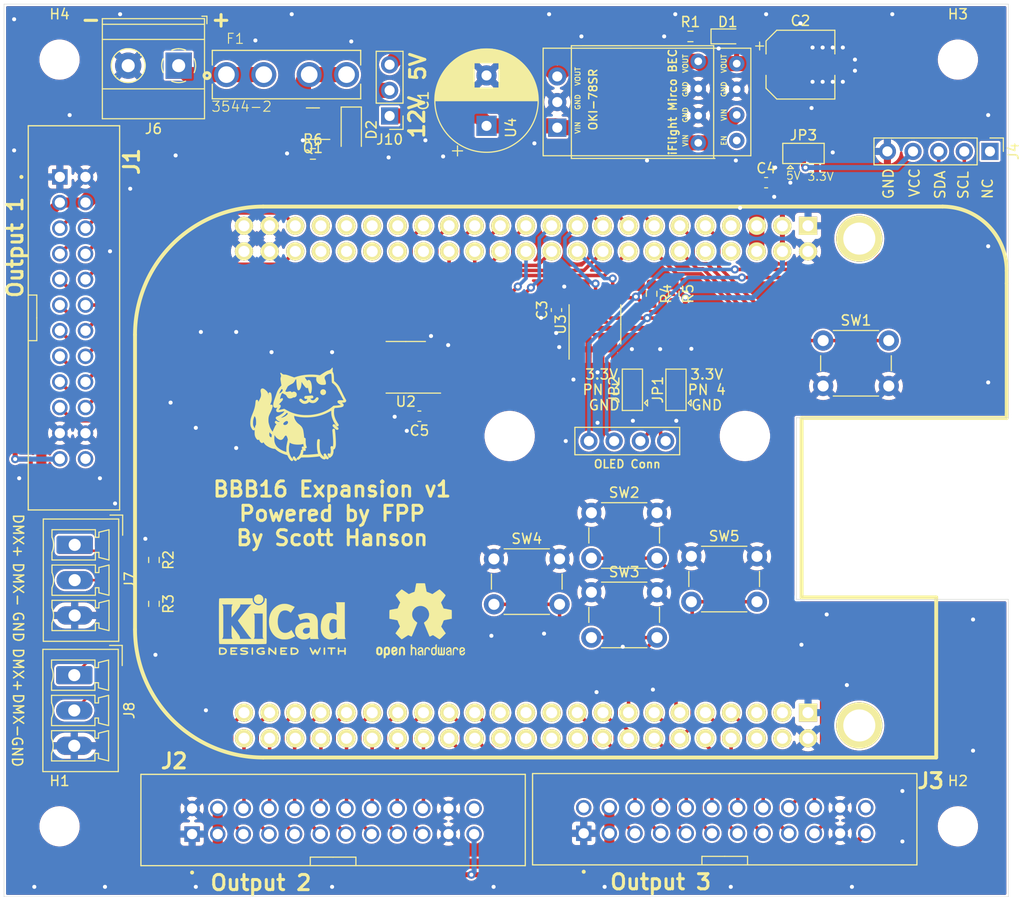
<source format=kicad_pcb>
(kicad_pcb (version 20211014) (generator pcbnew)
  (title_block (title "BBB16 Expansion") (date "2022-03-13") (rev "v1") (company "Scott Hanson"))
  (layers (0 "F.Cu" signal) (31 "B.Cu" signal) (34 "B.Paste" user) (35 "F.Paste" user) (36 "B.SilkS" user "B.Silkscreen") (37 "F.SilkS" user "F.Silkscreen") (38 "B.Mask" user) (39 "F.Mask" user) (44 "Edge.Cuts" user))
  (net 0 "")
  (net 1 "GND")
  (net 2 "+5V")
  (net 3 "/OLED_Pin_4")
  (net 4 "/OLED_Pin_3")
  (net 5 "I2C_SCL")
  (net 6 "I2C_SDA")
  (net 7 "+3V3")
  (net 8 "OUT16")
  (net 9 "OUT15")
  (net 10 "OUT14")
  (net 11 "OUT13")
  (net 12 "OUT12")
  (net 13 "OUT11")
  (net 14 "OUT10")
  (net 15 "OUT9")
  (net 16 "OUT8")
  (net 17 "OUT7")
  (net 18 "OUT6")
  (net 19 "OUT5")
  (net 20 "OUT4")
  (net 21 "OUT3")
  (net 22 "OUT2")
  (net 23 "OUT1")
  (net 24 "/Serial/DMX1-")
  (net 25 "/Serial/DMX1+")
  (net 26 "/Serial/DMX2+")
  (net 27 "/Serial/DMX2-")
  (net 28 "TXD1")
  (net 29 "TXD2")
  (net 30 "OUT32")
  (net 31 "OUT31")
  (net 32 "OUT30")
  (net 33 "OUT29")
  (net 34 "OUT28")
  (net 35 "OUT27")
  (net 36 "OUT26")
  (net 37 "OUT25")
  (net 38 "OUT24")
  (net 39 "OUT23")
  (net 40 "OUT22")
  (net 41 "OUT21")
  (net 42 "OUT20")
  (net 43 "OUT19")
  (net 44 "OUT18")
  (net 45 "OUT17")
  (net 46 "VCC")
  (net 47 "Net-(D2-Pad2)")
  (net 48 "Net-(D1-Pad1)")
  (net 49 "OUT48")
  (net 50 "OUT47")
  (net 51 "OUT46")
  (net 52 "OUT45")
  (net 53 "OUT44")
  (net 54 "OUT43")
  (net 55 "OUT42")
  (net 56 "OUT41")
  (net 57 "OUT40")
  (net 58 "OUT39")
  (net 59 "OUT38")
  (net 60 "OUT37")
  (net 61 "OUT36")
  (net 62 "OUT35")
  (net 63 "OUT34")
  (net 64 "OUT33")
  (net 69 "PWR_BUT")
  (net 71 "/VIN")
  (net 72 "BACKBTN")
  (net 73 "ENTERBTN")
  (net 97 "VIN2")
  (net 98 "UPBTN")
  (net 99 "DOWNBTN")
  (net 100 "Net-(J4-Pad4)")
  (net 101 "/12V")
  (footprint "Capacitor_THT:CP_Radial_D10.0mm_P5.00mm" (layer "F.Cu") (at 186.716 66.801677 90)
    (fp_text reference "C1")
    (fp_text value "220uF")
  )
  (footprint "LED_SMD:LED_0603_1608Metric_Pad1.05x0.95mm_HandSolder" (layer "F.Cu") (at 210.616 57.934)
    (fp_text reference "D1")
    (fp_text value "5V LED")
  )
  (footprint "OLED-SSD1306-128X64-I2C:OLED-SSD1306-128X64-I2C-THT" (layer "F.Cu") (at 200.66 98.044 180)
    (fp_text reference "J5" hide)
    (fp_text value "OLED Conn")
  )
  (footprint "Connector_PinHeader_2.54mm:PinHeader_1x05_P2.54mm_Vertical" (layer "F.Cu") (at 236.591 69.334 -90)
    (fp_text reference "J4")
    (fp_text value "RTC Conn")
  )
  (footprint "Resistor_SMD:R_0603_1608Metric_Pad0.98x0.95mm_HandSolder" (layer "F.Cu") (at 203.07 83.4459 -90)
    (fp_text reference "R4")
    (fp_text value "4.7K")
  )
  (footprint "Capacitor_SMD:C_0603_1608Metric_Pad1.08x0.95mm_HandSolder" (layer "F.Cu") (at 193.6466 85.0588 90)
    (fp_text reference "C3")
    (fp_text value "0.1uF")
  )
  (footprint "Package_SO:SOIC-8_3.9x4.9mm_P1.27mm" (layer "F.Cu") (at 197.4566 86.4812 90)
    (fp_text reference "U3")
    (fp_text value "24LC256")
  )
  (footprint "Resistor_SMD:R_0603_1608Metric_Pad0.98x0.95mm_HandSolder" (layer "F.Cu") (at 206.916 57.934)
    (fp_text reference "R1")
    (fp_text value "1K")
  )
  (footprint "Connector_Phoenix_MC:PhoenixContact_MCV_1,5_3-G-3.5_1x03_P3.50mm_Vertical" (layer "F.Cu") (at 145.916 108.334 -90)
    (fp_text reference "J7")
    (fp_text value "DMX1")
  )
  (footprint "Resistor_SMD:R_0603_1608Metric_Pad0.98x0.95mm_HandSolder" (layer "F.Cu") (at 153.766 114.184 -90)
    (fp_text reference "R3")
    (fp_text value "120")
  )
  (footprint "Capacitor_SMD:C_0603_1608Metric_Pad1.08x0.95mm_HandSolder" (layer "F.Cu") (at 214.416 72.434)
    (fp_text reference "C4")
    (fp_text value "0.1uF")
  )
  (footprint "Package_SO:SOIC-8_3.9x4.9mm_P1.27mm" (layer "F.Cu") (at 178.716 90.734 180)
    (fp_text reference "U2")
    (fp_text value "UA9638CP")
  )
  (footprint "Capacitor_SMD:C_0603_1608Metric_Pad1.08x0.95mm_HandSolder" (layer "F.Cu") (at 180.066 95.584 180)
    (fp_text reference "C5")
    (fp_text value "0.1uF")
  )
  (footprint "Connector_Phoenix_MC:PhoenixContact_MCV_1,5_3-G-3.5_1x03_P3.50mm_Vertical" (layer "F.Cu") (at 145.8735 121.2515 -90)
    (fp_text reference "J8")
    (fp_text value "DMX2")
  )
  (footprint "Resistor_SMD:R_0603_1608Metric_Pad0.98x0.95mm_HandSolder" (layer "F.Cu") (at 153.766 109.834 -90)
    (fp_text reference "R2")
    (fp_text value "120")
  )
  (footprint "Jumper:SolderJumper-3_P1.3mm_Open_Pad1.0x1.5mm" (layer "F.Cu") (at 205.486 92.964 90)
    (fp_text reference "JP1")
    (fp_text value "Pin_4_Select")
  )
  (footprint "Jumper:SolderJumper-3_P1.3mm_Open_Pad1.0x1.5mm" (layer "F.Cu") (at 201.168 92.964 90)
    (fp_text reference "JP2")
    (fp_text value "Pin_3_Select")
  )
  (footprint "Button_Switch_THT:SW_PUSH_6mm" (layer "F.Cu") (at 220.066 88.084)
    (fp_text reference "SW1")
    (fp_text value "PWR_BUTTON")
  )
  (footprint "302-S241:OST_302-S241" (layer "F.Cu") (at 171.516 135.734)
    (fp_text reference "J2")
    (fp_text value "Output 2")
  )
  (footprint "302-S241:OST_302-S241" (layer "F.Cu") (at 145.716 85.834 -90)
    (fp_text reference "J1")
    (fp_text value "Output 1")
  )
  (footprint "302-S241:OST_302-S241" (layer "F.Cu") (at 210.316 135.6565)
    (fp_text reference "J3")
    (fp_text value "Output 3")
  )
  (footprint "beagleboneblack:BEAGLEBONEBLACK" (layer "F.Cu") (at 195.072 102.108)
    (fp_text reference "U1" hide)
    (fp_text value "BEAGLEBONEBLACK" hide)
  )
  (footprint "Button_Switch_THT:SW_PUSH_6mm" (layer "F.Cu") (at 207.01 109.474)
    (fp_text reference "SW5")
    (fp_text value "Enter BTN")
  )
  (footprint "Button_Switch_THT:SW_PUSH_6mm" (layer "F.Cu") (at 187.452 109.728)
    (fp_text reference "SW4")
    (fp_text value "Back BTN")
  )
  (footprint "Button_Switch_THT:SW_PUSH_6mm" (layer "F.Cu") (at 197.104 105.156)
    (fp_text reference "SW2")
    (fp_text value "Up BTN")
  )
  (footprint "Button_Switch_THT:SW_PUSH_6mm" (layer "F.Cu") (at 197.104 113.03)
    (fp_text reference "SW3")
    (fp_text value "Down/Test BTN")
  )
  (footprint "Resistor_SMD:R_0603_1608Metric_Pad0.98x0.95mm_HandSolder" (layer "F.Cu") (at 205.2671 83.4459 -90)
    (fp_text reference "R5")
    (fp_text value "4.7K")
  )
  (footprint "Capacitor_SMD:CP_Elec_6.3x5.4_Nichicon" (layer "F.Cu") (at 217.816 60.734)
    (fp_text reference "C2")
    (fp_text value "100uF")
  )
  (footprint "MountingHole:MountingHole_3.5mm" (layer "F.Cu") (at 233.416 60.234)
    (fp_text reference "H3")
    (fp_text value "MountingHole")
  )
  (footprint "Symbol:OSHW-Logo2_9.8x8mm_SilkScreen" (layer "F.Cu") (at 180.186 115.854)
    (fp_text reference "REF**" hide)
    (fp_text value "OSHW-Logo2_9.8x8mm_SilkScreen" hide)
  )
  (footprint "3544-2:FUSE_3544-2" (layer "F.Cu") (at 166.89921 61.721041)
    (fp_text reference "F1")
    (fp_text value "3544-2")
  )
  (footprint "Connector_PinHeader_2.54mm:PinHeader_1x03_P2.54mm_Vertical" (layer "F.Cu") (at 177.116 65.821041 180)
    (fp_text reference "J10")
    (fp_text value "VIN Voltage")
  )
  (footprint "MountingHole:MountingHole_3.5mm" (layer "F.Cu") (at 144.416 136.234)
    (fp_text reference "H1")
    (fp_text value "MountingHole")
  )
  (footprint "Jumper:SolderJumper-3_P1.3mm_Open_Pad1.0x1.5mm" (layer "F.Cu") (at 218.116 69.534)
    (fp_text reference "JP3")
    (fp_text value "RTC PWR Sel")
  )
  (footprint "MountingHole:MountingHole_3.5mm" (layer "F.Cu") (at 233.416 136.234)
    (fp_text reference "H2")
    (fp_text value "MountingHole")
  )
  (footprint "Package_TO_SOT_SMD:SOT-23" (layer "F.Cu") (at 169.516 66.584 180)
    (fp_text reference "Q1")
    (fp_text value "DMP3056L")
  )
  (footprint "Resistor_SMD:R_0603_1608Metric_Pad0.98x0.95mm_HandSolder" (layer "F.Cu") (at 169.516 69.584)
    (fp_text reference "R6")
    (fp_text value "100K")
  )
  (footprint "Diode_SMD:D_SOD-123" (layer "F.Cu") (at 173.316 67.184 -90)
    (fp_text reference "D2")
    (fp_text value "Zener 10V")
  )
  (footprint "Scotts:Universal_5V_Horizontal" (layer "F.Cu") (at 193.724 66.984 90)
    (fp_text reference "U4")
    (fp_text value "Universe5V")
  )
  (footprint "MountingHole:MountingHole_3.5mm" (layer "F.Cu") (at 144.416 60.234)
    (fp_text reference "H4")
    (fp_text value "MountingHole")
  )
  (footprint "Symbol:KiCad-Logo2_5mm_SilkScreen" (layer "F.Cu") (at 166.486 116.234)
    (fp_text reference "REF**" hide)
    (fp_text value "KiCad-Logo2_5mm_SilkScreen" hide)
  )
  (footprint "TerminalBlock_Phoenix:TerminalBlock_Phoenix_MKDS-1,5-2_1x02_P5.00mm_Horizontal" (layer "F.Cu") (at 156.216 60.834 180)
    (fp_text reference "J6")
    (fp_text value "Pwr In")
  )
  (footprint "Scotts:chewi_15" (layer "F.Cu") (at 167.856 94.244)
    (fp_text reference "G***")
    (fp_text value "LOGO" hide)
  )
  (gr_line (start 238.416 113.734) (end 238.416 143.234) (layer "Edge.Cuts") (width 0.05))
  (gr_line (start 217.416 113.734) (end 217.416 95.734) (layer "Edge.Cuts") (width 0.05))
  (gr_line (start 238.416 143.234) (end 138.916 143.234) (layer "Edge.Cuts") (width 0.05))
  (gr_line (start 138.916 54.734) (end 238.416 54.734) (layer "Edge.Cuts") (width 0.05))
  (gr_line (start 138.916 143.234) (end 138.916 54.734) (layer "Edge.Cuts") (width 0.05))
  (gr_line (start 238.416 113.734) (end 217.416 113.734) (layer "Edge.Cuts") (width 0.05))
  (gr_line (start 238.416 54.734) (end 238.416 95.734) (layer "Edge.Cuts") (width 0.05))
  (gr_line (start 238.416 95.734) (end 217.416 95.734) (layer "Edge.Cuts") (width 0.05))
  (gr_text "VCC" (at 229.116 72.434 90) (layer "F.SilkS") (effects (font (size 1 1))))
  (gr_text "SCL" (at 233.94944 72.672095 90) (layer "F.SilkS") (effects (font (size 1 1))))
  (gr_text "SDA" (at 231.656 72.648285 90) (layer "F.SilkS") (effects (font (size 1 1))))
  (gr_text "GND" (at 226.536 72.529238 90) (layer "F.SilkS") (effects (font (size 1 1))))
  (gr_text "NC" (at 236.35944 73.029238 90) (layer "F.SilkS") (effects (font (size 1 1))))
  (gr_text "GND" (at 208.534 94.488) (layer "F.SilkS") (effects (font (size 1 1))))
  (gr_text "3.3V" (at 198.12 91.44) (layer "F.SilkS") (effects (font (size 1 1))))
  (gr_text "PN 3" (at 198.12 92.964) (layer "F.SilkS") (effects (font (size 1 1))))
  (gr_text "3.3V" (at 208.534 91.44) (layer "F.SilkS") (effects (font (size 1 1))))
  (gr_text "PN 4" (at 208.534 92.964) (layer "F.SilkS") (effects (font (size 1 1))))
  (gr_text "GND" (at 198.374 94.488) (layer "F.SilkS") (effects (font (size 1 1))))
  (gr_text "GND" (at 140.216 128.834 270) (layer "F.SilkS") (effects (font (size 1 1))))
  (gr_text "DMX-" (at 140.316 125.234 270) (layer "F.SilkS") (effects (font (size 1 1))))
  (gr_text "${TITLE} ${REVISION}\nPowered by FPP\nBy ${COMPANY}" (at 171.416 105.234) (layer "F.SilkS") (effects (font (size 1.5 1.5) (thickness 0.3))))
  (gr_text "3.3V" (at 219.816 71.834) (layer "F.SilkS") (effects (font (size 0.8 0.8) (thickness 0.1))))
  (gr_text "-" (at 147.516 56.234) (layer "F.SilkS") (effects (font (size 1.5 1.5) (thickness 0.3))))
  (gr_text "+" (at 160.416 56.234) (layer "F.SilkS") (effects (font (size 1.5 1.5) (thickness 0.3))))
  (gr_text "DMX+" (at 140.316 120.734 270) (layer "F.SilkS") (effects (font (size 1 1))))
  (gr_text "GND" (at 140.316 116.451 270) (layer "F.SilkS") (effects (font (size 1 1))))
  (gr_text "DMX+" (at 140.316 107.434 270) (layer "F.SilkS") (effects (font (size 1 1))))
  (gr_text "5V" (at 217.116 71.734) (layer "F.SilkS") (effects (font (size 0.8 0.8) (thickness 0.1))))
  (gr_text "DMX-" (at 140.316 112.26 270) (layer "F.SilkS") (effects (font (size 1 1))))
  (gr_text "5V" (at 179.916 60.934 90) (layer "F.SilkS") (effects (font (size 1.5 1.5) (thickness 0.3))))
  (gr_text "12V" (at 179.816 65.934 90) (layer "F.SilkS") (effects (font (size 1.5 1.5) (thickness 0.3))))
  (via (at 177.616 95.634) (size 0.8) (drill 0.4) (layers "F.Cu" "B.Cu") (net 1))
  (via (at 205.416 55.734) (size 0.8) (drill 0.4) (layers "F.Cu" "B.Cu") (net 1))
  (via (at 192.916 55.734) (size 0.8) (drill 0.4) (layers "F.Cu" "B.Cu") (net 1))
  (via (at 215.216 73.834) (size 0.8) (drill 0.4) (layers "F.Cu" "B.Cu") (net 1))
  (via (at 205.516 96.034) (size 0.8) (drill 0.4) (layers "F.Cu" "B.Cu") (net 1))
  (via (at 166.9535 69.534) (size 0.8) (drill 0.4) (layers "F.Cu" "B.Cu") (net 1))
  (via (at 153.916 119.234) (size 0.8) (drill 0.4) (layers "F.Cu" "B.Cu") (net 1))
  (via (at 141.916 142.234) (size 0.8) (drill 0.4) (layers "F.Cu" "B.Cu") (net 1))
  (via (at 194.564 98.044) (size 0.8) (drill 0.4) (layers "F.Cu" "B.Cu") (net 1))
  (via (at 236.416 65.734) (size 0.8) (drill 0.4) (layers "F.Cu" "B.Cu") (net 1))
  (via (at 207.01 88.9) (size 0.8) (drill 0.4) (layers "F.Cu" "B.Cu") (net 1))
  (via (at 227.916 137.734) (size 0.8) (drill 0.4) (layers "F.Cu" "B.Cu") (net 1))
  (via (at 148.416 101.734) (size 0.8) (drill 0.4) (layers "F.Cu" "B.Cu") (net 1))
  (via (at 145.416 65.734) (size 0.8) (drill 0.4) (layers "F.Cu" "B.Cu") (net 1))
  (via (at 182.916 88.534) (size 0.8) (drill 0.4) (layers "F.Cu" "B.Cu") (net 1))
  (via (at 217.916 118.234) (size 0.8) (drill 0.4) (layers "F.Cu" "B.Cu") (net 1))
  (via (at 222.916 142.234) (size 0.8) (drill 0.4) (layers "F.Cu" "B.Cu") (net 1))
  (via (at 221.016 69.434) (size 0.8) (drill 0.4) (layers "F.Cu" "B.Cu") (net 1))
  (via (at 158.916 124.734) (size 0.8) (drill 0.4) (layers "F.Cu" "B.Cu") (net 1))
  (via (at 161.916 98.734) (size 0.8) (drill 0.4) (layers "F.Cu" "B.Cu") (net 1))
  (via (at 223.216 60.234) (size 0.8) (drill 0.4) (layers "F.Cu" "B.Cu") (net 1))
  (via (at 201.216 96.034) (size 0.8) (drill 0.4) (layers "F.Cu" "B.Cu") (net 1))
  (via (at 187.198 117.348) (size 0.8) (drill 0.4) (layers "F.Cu" "B.Cu") (net 1))
  (via (at 139.916 69.234) (size 0.8) (drill 0.4) (layers "F.Cu" "B.Cu") (net 1))
  (via (at 220.016 62.434) (size 0.8) (drill 0.4) (layers "F.Cu" "B.Cu") (net 1))
  (via (at 209.716 59.134) (size 0.8) (drill 0.4) (layers "F.Cu" "B.Cu") (net 1))
  (via (at 192.416 117.134) (size 0.8) (drill 0.4) (layers "F.Cu" "B.Cu") (net 1))
  (via (at 191.459344 68.534) (size 0.8) (drill 0.4) (layers "F.Cu" "B.Cu") (net 1))
  (via (at 203.916 88.934) (size 0.8) (drill 0.4) (layers "F.Cu" "B.Cu") (net 1))
  (via (at 222.416 122.234) (size 0.8) (drill 0.4) (layers "F.Cu" "B.Cu") (net 1))
  (via (at 161.916 87.234) (size 0.8) (drill 0.4) (layers "F.Cu" "B.Cu") (net 1))
  (via (at 155.916 69.734) (size 0.8) (drill 0.4) (layers "F.Cu" "B.Cu") (net 1))
  (via (at 148.916 142.234) (size 0.8) (drill 0.4) (layers "F.Cu" "B.Cu") (net 1))
  (via (at 149.916 104.234) (size 0.8) (drill 0.4) (layers "F.Cu" "B.Cu") (net 1))
  (via (at 192.116 85.834) (size 0.8) (drill 0.4) (layers "F.Cu" "B.Cu") (net 1))
  (via (at 182.416 69.834) (size 0.8) (drill 0.4) (layers "F.Cu" "B.Cu") (net 1))
  (via (at 220.016 59.034) (size 0.8) (drill 0.4) (layers "F.Cu" "B.Cu") (net 1))
  (via (at 214.416 55.734) (size 0.8) (drill 0.4) (layers "F.Cu" "B.Cu") (net 1))
  (via (at 193.616 87.334) (size 0.8) (drill 0.4) (layers "F.Cu" "B.Cu") (net 1))
  (via (at 163.816 58.334) (size 0.8) (drill 0.4) (layers "F.Cu" "B.Cu") (net 1))
  (via (at 181.216 87.634) (size 0.8) (drill 0.4) (layers "F.Cu" "B.Cu") (net 1))
  (via (at 236.416 92.234) (size 0.8) (drill 0.4) (layers "F.Cu" "B.Cu") (net 1))
  (via (at 198.416 142.234) (size 0.8) (drill 0.4) (layers "F.Cu" "B.Cu") (net 1))
  (via (at 216.816 72.434) (size 0.8) (drill 0.4) (layers "F.Cu" "B.Cu") (net 1))
  (via (at 219.016 62.434) (size 0.8) (drill 0.4) (layers "F.Cu" "B.Cu") (net 1))
  (via (at 234.916 115.734) (size 0.8) (drill 0.4) (layers "F.Cu" "B.Cu") (net 1))
  (via (at 180.659344 68.234) (size 0.8) (drill 0.4) (layers "F.Cu" "B.Cu") (net 1))
  (via (at 155.416 94.234) (size 0.8) (drill 0.4) (layers "F.Cu" "B.Cu") (net 1))
  (via (at 218.916 65.034) (size 0.8) (drill 0.4) (layers "F.Cu" "B.Cu") (net 1))
  (via (at 173.316 58.434) (size 0.8) (drill 0.4) (layers "F.Cu" "B.Cu") (net 1))
  (via (at 201.116 88.934) (size 0.8) (drill 0.4) (layers "F.Cu" "B.Cu") (net 1))
  (via (at 210.916 142.234) (size 0.8) (drill 0.4) (layers "F.Cu" "B.Cu") (net 1))
  (via (at 168.516 68.234) (size 0.8) (drill 0.4) (layers "F.Cu" "B.Cu") (net 1))
  (via (at 221.016 59.034) (size 0.8) (drill 0.4) (layers "F.Cu" "B.Cu") (net 1))
  (via (at 177.016 69.934) (size 0.8) (drill 0.4) (layers "F.Cu" "B.Cu") (net 1))
  (via (at 234.916 128.734) (size 0.8) (drill 0.4) (layers "F.Cu" "B.Cu") (net 1))
  (via (at 223.216 61.334) (size 0.8) (drill 0.4) (layers "F.Cu" "B.Cu") (net 1))
  (via (at 222.016 62.434) (size 0.8) (drill 0.4) (layers "F.Cu" "B.Cu") (net 1))
  (via (at 197.716 96.234) (size 0.8) (drill 0.4) (layers "F.Cu" "B.Cu") (net 1))
  (via (at 220.416 115.234) (size 0.8) (drill 0.4) (layers "F.Cu" "B.Cu") (net 1))
  (via (at 171.416 89.234) (size 0.8) (drill 0.4) (layers "F.Cu" "B.Cu") (net 1))
  (via (at 178.816 97.034) (size 0.8) (drill 0.4) (layers "F.Cu" "B.Cu") (net 1))
  (via (at 196.116 57.934) (size 0.8) (drill 0.4) (layers "F.Cu" "B.Cu") (net 1))
  (via (at 215.316 70.934) (size 0.8) (drill 0.4) (layers "F.Cu" "B.Cu") (net 1))
  (via (at 236.416 78.734) (size 0.8) (drill 0.4) (layers "F.Cu" "B.Cu") (net 1))
  (via (at 204.316 57.934) (size 0.8) (drill 0.4) (layers "F.Cu" "B.Cu") (net 1))
  (via (at 193.916 88.734) (size 0.8) (drill 0.4) (layers "F.Cu" "B.Cu") (net 1))
  (via (at 157.916 96.734) (size 0.8) (drill 0.4) (layers "F.Cu" "B.Cu") (net 1))
  (via (at 197.616 122.934) (size 0.8) (drill 0.4) (layers "F.Cu" "B.Cu") (net 1))
  (via (at 140.416 101.734) (size 0.8) (drill 0.4) (layers "F.Cu" "B.Cu") (net 1))
  (via (at 227.916 132.734) (size 0.8) (drill 0.4) (layers "F.Cu" "B.Cu") (net 1))
  (via (at 195.326 91.948) (size 0.8) (drill 0.4) (layers "F.Cu" "B.Cu") (net 1))
  (via (at 203.2 122.682) (size 0.8) (drill 0.4) (layers "F.Cu" "B.Cu") (net 1))
  (via (at 226.916 55.734) (size 0.8) (drill 0.4) (layers "F.Cu" "B.Cu") (net 1))
  (via (at 219.016 59.034) (size 0.8) (drill 0.4) (layers "F.Cu" "B.Cu") (net 1))
  (via (at 221.016 62.434) (size 0.8) (drill 0.4) (layers "F.Cu" "B.Cu") (net 1))
  (via (at 211.836 74.93) (size 0.8) (drill 0.4) (layers "F.Cu" "B.Cu") (net 1))
  (via (at 157.916 142.234) (size 0.8) (drill 0.4) (layers "F.Cu" "B.Cu") (net 1))
  (via (at 211.416 70.234) (size 0.8) (drill 0.4) (layers "F.Cu" "B.Cu") (net 1))
  (via (at 202.616 70.234) (size 0.8) (drill 0.4) (layers "F.Cu" "B.Cu") (net 1))
  (via (at 152.916 107.734) (size 0.8) (drill 0.4) (layers "F.Cu" "B.Cu") (net 1))
  (via (at 149.416 79.234) (size 0.8) (drill 0.4) (layers "F.Cu" "B.Cu") (net 1))
  (via (at 194.416 82.734) (size 0.8) (drill 0.4) (layers "F.Cu" "B.Cu") (net 1))
  (via (at 197.716 91.234) (size 0.8) (drill 0.4) (layers "F.Cu" "B.Cu") (net 1))
  (via (at 217.816 56.634) (size 0.8) (drill 0.4) (layers "F.Cu" "B.Cu") (net 1))
  (via (at 222.016 59.034) (size 0.8) (drill 0.4) (layers "F.Cu" "B.Cu") (net 1))
  (via (at 165.416 89.234) (size 0.8) (drill 0.4) (layers "F.Cu" "B.Cu") (net 1))
  (via (at 167.416 55.734) (size 0.8) (drill 0.4) (layers "F.Cu" "B.Cu") (net 1))
  (via (at 150.416 55.734) (size 0.8) (drill 0.4) (layers "F.Cu" "B.Cu") (net 1))
  (via (at 187.416 142.234) (size 0.8) (drill 0.4) (layers "F.Cu" "B.Cu") (net 1))
  (via (at 171.416 142.234) (size 0.8) (drill 0.4) (layers "F.Cu" "B.Cu") (net 1))
  (via (at 158.416 87.234) (size 0.8) (drill 0.4) (layers "F.Cu" "B.Cu") (net 1))
  (via (at 151.416 73.034) (size 0.8) (drill 0.4) (layers "F.Cu" "B.Cu") (net 1))
  (via (at 139.916 56.234) (size 0.8) (drill 0.4) (layers "F.Cu" "B.Cu") (net 1))
  (via (at 200.216 118.434) (size 0.8) (drill 0.4) (layers "F.Cu" "B.Cu") (net 1))
  (segment (start 160.116 140.034) (end 160.215501 139.934499) (width 1) (layer "F.Cu") (net 2))
  (segment (start 211.504 60.634) (end 215.416 60.634) (width 1.5) (layer "F.Cu") (net 2))
  (segment (start 213.487 68.28) (end 213.487 69.963) (width 1.5) (layer "F.Cu") (net 2))
  (segment (start 144.909301 130.884489) (end 147.866489 130.884489) (width 1) (layer "F.Cu") (net 2))
  (segment (start 181.191 92.639) (end 181.191 95.3215) (width 0.5) (layer "F.Cu") (net 2))
  (segment (start 190.854 59.034) (end 193.724 61.904) (width 1.5) (layer "F.Cu") (net 2))
  (segment (start 142.61648 128.591668) (end 144.909301 130.884489) (width 1) (layer "F.Cu") (net 2))
  (segment (start 160.116 140.034) (end 160.086 140.004) (width 1) (layer "F.Cu") (net 2))
  (segment (start 213.916 69.534) (end 213.487 69.963) (width 0.5) (layer "F.Cu") (net 2))
  (segment (start 178.916 87.334) (end 164.916 87.334) (width 0.5) (layer "F.Cu") (net 2))
  (segment (start 207.92594 60.634) (end 211.504 60.634) (width 1.5) (layer "F.Cu") (net 2))
  (segment (start 207.694 60.40206) (end 195.22594 60.40206) (width 1.5) (layer "F.Cu") (net 2))
  (segment (start 144.446 74.404) (end 142.61648 76.23352) (width 1) (layer "F.Cu") (net 2))
  (segment (start 160.215501 139.934499) (end 197.015501 139.934499) (width 1) (layer "F.Cu") (net 2))
  (segment (start 215.516 66.251) (end 213.487 68.28) (width 1.5) (layer "F.Cu") (net 2))
  (segment (start 215.416 60.634) (end 215.516 60.734) (width 1.5) (layer "F.Cu") (net 2))
  (segment (start 198.886 138.064) (end 198.886 134.464) (width 1) (layer "F.Cu") (net 2))
  (segment (start 164.916 87.334) (end 149.21552 103.03448) (width 0.5) (layer "F.Cu") (net 2))
  (segment (start 146.986 74.404) (end 147.640686 73.634) (width 1.5) (layer "F.Cu") (net 2))
  (segment (start 197.015501 139.934499) (end 198.886 138.064) (width 1) (layer "F.Cu") (net 2))
  (segment (start 142.61648 76.23352) (end 142.61648 103.03448) (width 1) (layer "F.Cu") (net 2))
  (segment (start 207.694 60.40206) (end 207.92594 60.634) (width 1.5) (layer "F.Cu") (net 2))
  (segment (start 195.22594 60.40206) (end 193.724 61.904) (width 1.5) (layer "F.Cu") (net 2))
  (segment (start 149.21552 103.03448) (end 142.61648 103.03448) (width 0.5) (layer "F.Cu") (net 2))
  (segment (start 215.516 60.734) (end 215.516 66.251) (width 1.5) (layer "F.Cu") (net 2))
  (segment (start 180.9285 95.584) (end 178.916 93.5715) (width 0.5) (layer "F.Cu") (net 2))
  (segment (start 178.916 93.5715) (end 178.916 87.334) (width 0.5) (layer "F.Cu") (net 2))
  (segment (start 181.191 95.3215) (end 180.9285 95.584) (width 0.5) (layer "F.Cu") (net 2))
  (segment (start 216.816 69.534) (end 213.916 69.534) (width 0.5) (layer "F.Cu") (net 2))
  (segment (start 213.487 69.963) (end 213.487 71.105) (width 1.5) (layer "F.Cu") (net 2))
  (segment (start 149.756 71.634) (end 212.958 71.634) (width 1.5) (layer "F.Cu") (net 2))
  (segment (start 213.487 76.708) (end 213.487 71.105) (width 1.5) (layer "F.Cu") (net 2))
  (segment (start 212.958 71.634) (end 213.487 71.105) (width 1.5) (layer "F.Cu") (net 2))
  (segment (start 211.491 57.934) (end 211.491 60.621) (width 0.5) (layer "F.Cu") (net 2))
  (segment (start 146.986 74.404) (end 149.756 71.634) (width 1.5) (layer "F.Cu") (net 2))
  (segment (start 146.986 74.404) (end 144.446 74.404) (width 1) (layer "F.Cu") (net 2))
  (segment (start 211.491 60.621) (end 211.504 60.634) (width 0.5) (layer "F.Cu") (net 2))
  (segment (start 160.086 140.004) (end 160.086 134.464) (width 1) (layer "F.Cu") (net 2))
  (segment (start 213.487 79.248) (end 213.487 76.708) (width 1.5) (layer "F.Cu") (net 2))
  (segment (start 177.116 60.741041) (end 178.823041 59.034) (width 1.5) (layer "F.Cu") (net 2))
  (segment (start 147.640686 73.634) (end 147.640686 73.749314) (width 1.5) (layer "F.Cu") (net 2))
  (segment (start 157.016 140.034) (end 160.116 140.034) (width 1) (layer "F.Cu") (net 2))
  (segment (start 147.866489 130.884489) (end 157.016 140.034) (width 1) (layer "F.Cu") (net 2))
  (segment (start 147.640686 73.749314) (end 146.986 74.404) (width 1.5) (layer "F.Cu") (net 2))
  (segment (start 142.61648 103.03448) (end 142.61648 128.591668) (width 1) (layer "F.Cu") (net 2))
  (segment (start 178.823041 59.034) (end 190.854 59.034) (width 1.5) (layer "F.Cu") (net 2))
  (segment (start 204.46 98.044) (end 203.962 97.546) (width 0.35) (layer "F.Cu") (net 3))
  (segment (start 204.386 92.964) (end 205.486 92.964) (width 0.35) (layer "F.Cu") (net 3))
  (segment (start 203.962 97.546) (end 203.962 93.388) (width 0.35) (layer "F.Cu") (net 3))
  (segment (start 203.962 93.388) (end 204.386 92.964) (width 0.35) (layer "F.Cu") (net 3))
  (segment (start 201.96 98.044) (end 202.692 97.312) (width 0.35) (layer "F.Cu") (net 4))
  (segment (start 202.692 93.388) (end 202.268 92.964) (width 0.35) (layer "F.Cu") (net 4))
  (segment (start 202.268 92.964) (end 201.168 92.964) (width 0.35) (layer "F.Cu") (net 4))
  (segment (start 202.692 97.312) (end 202.692 93.388) (width 0.35) (layer "F.Cu") (net 4))
  (segment (start 226.116 81.834) (end 212.016 81.834) (width 0.35) (layer "F.Cu") (net 5))
  (segment (start 203.886 85.852) (end 205.2671 84.4709) (width 0.35) (layer "F.Cu") (net 5))
  (segment (start 197.516 82.434) (end 197.516 83.4306) (width 0.35) (layer "F.Cu") (net 5))
  (segment (start 197.516 83.4306) (end 198.0916 84.0062) (width 0.35) (layer "F.Cu") (net 5))
  (segment (start 198.9624 85.852) (end 202.634 85.852) (width 0.35) (layer "F.Cu") (net 5))
  (segment (start 202.634 85.852) (end 203.886 85.852) (width 0.35) (layer "F.Cu") (net 5))
  (segment (start 234.051 69.334) (end 234.051 73.899) (width 0.35) (layer "F.Cu") (net 5))
  (segment (start 234.051 73.899) (end 226.116 81.834) (width 0.35) (layer "F.Cu") (net 5))
  (segment (start 198.0916 84.0062) (end 198.0916 84.9812) (width 0.35) (layer "F.Cu") (net 5))
  (segment (start 198.0916 84.9812) (end 198.9624 85.852) (width 0.35) (layer "F.Cu") (net 5))
  (via (at 197.516 82.434) (size 0.8) (drill 0.4) (layers "F.Cu" "B.Cu") (net 5))
  (via (at 212.016 81.834) (size 0.8) (drill 0.4) (layers "F.Cu" "B.Cu") (net 5))
  (via (at 202.634 85.852) (size 0.8) (drill 0.4) (layers "F.Cu" "B.Cu") (net 5))
  (segment (start 194.482489 79.75521) (end 197.161279 82.434) (width 0.35) (layer "B.Cu") (net 5))
  (segment (start 195.707 76.708) (end 194.482489 77.932511) (width 0.35) (layer "B.Cu") (net 5))
  (segment (start 197.161279 82.434) (end 197.516 82.434) (width 0.35) (layer "B.Cu") (net 5))
  (segment (start 202.634 85.852) (end 206.652 81.834) (width 0.35) (layer "B.Cu") (net 5))
  (segment (start 199.36 98.044) (end 198.616 97.3) (width 0.35) (layer "B.Cu") (net 5))
  (segment (start 198.616 97.3) (end 198.616 89.87) (width 0.35) (layer "B.Cu") (net 5))
  (segment (start 198.616 89.87) (end 200.138999 88.347001) (width 0.35) (layer "B.Cu") (net 5))
  (segment (start 194.482489 77.932511) (end 194.482489 79.75521) (width 0.35) (layer "B.Cu") (net 5))
  (segment (start 206.652 81.834) (end 212.016 81.834) (width 0.35) (layer "B.Cu") (net 5))
  (segment (start 200.138999 88.347001) (end 202.634 85.852) (width 0.35) (layer "B.Cu") (net 5))
  (segment (start 199.216 83.8606) (end 199.3616 84.0062) (width 0.35) (layer "F.Cu") (net 6))
  (segment (start 231.511 69.334) (end 231.511 73.805821) (width 0.35) (layer "F.Cu") (net 6))
  (segment (start 231.511 73.805821) (end 224.282821 81.034) (width 0.35) (layer "F.Cu") (net 6))
  (segment (start 202.2529 84.4709) (end 201.516 83.734) (width 0.35) (layer "F.Cu") (net 6))
  (segment (start 199.3616 84.0062) (end 199.5338 83.834) (width 0.35) (layer "F.Cu") (net 6))
  (segment (start 201.416 83.834) (end 201.516 83.734) (width 0.35) (layer "F.Cu") (net 6))
  (segment (start 199.5338 83.834) (end 201.416 83.834) (width 0.35) (layer "F.Cu") (net 6))
  (segment (start 203.07 84.4709) (end 202.2529 84.4709) (width 0.35) (layer "F.Cu") (net 6))
  (segment (start 224.282821 81.034) (end 211.316 81.034) (width 0.35) (layer "F.Cu") (net 6))
  (segment (start 199.216 81.934) (end 199.216 83.8606) (width 0.35) (layer "F.Cu") (net 6))
  (via (at 211.316 81.034) (size 0.8) (drill 0.4) (layers "F.Cu" "B.Cu") (net 6))
  (via (at 201.516 83.734) (size 0.8) (drill 0.4) (layers "F.Cu" "B.Cu") (net 6))
  (via (at 199.216 81.934) (size 0.8) (drill 0.4) (layers "F.Cu" "B.Cu") (net 6))
  (segment (start 196.86 98.044) (end 196.86 88.39) (width 0.35) (layer "B.Cu") (net 6))
  (segment (start 211.316 81.034) (end 204.216 81.034) (width 0.35) (layer "B.Cu") (net 6))
  (segment (start 198.393 81.934) (end 199.216 81.934) (width 0.35) (layer "B.Cu") (net 6))
  (segment (start 204.216 81.034) (end 201.516 83.734) (width 0.35) (layer "B.Cu") (net 6))
  (segment (start 196.86 88.39) (end 201.516 83.734) (width 0.35) (layer "B.Cu") (net 6))
  (segment (start 195.707 79.248) (end 198.393 81.934) (width 0.35) (layer "B.Cu") (net 6))
  (segment (start 205.486 91.664) (end 201.168 91.664) (width 0.5) (layer "F.Cu") (net 7))
  (segment (start 216.216 56.834) (end 150.916 56.834) (width 0.5) (layer "F.Cu") (net 7))
  (segment (start 144.516 131.834) (end 147.473176 131.834) (width 0.5) (layer "F.Cu") (net 7))
  (segment (start 140.016 73.100403) (end 140.016 99.834) (width 0.5) (layer "F.Cu") (net 7))
  (segment (start 195.5516 84.0062) (end 193.6742 84.0062) (width 0.5) (layer "F.Cu") (net 7))
  (segment (start 147.473176 131.834) (end 156.673176 141.034) (width 0.5) (layer "F.Cu") (net 7))
  (segment (start 203.07 82.4209) (end 205.000825 82.4209) (width 0.5) (layer "F.Cu") (net 7))
  (segment (start 148.816 64.300403) (end 140.016 73.100403) (width 0.5) (layer "F.Cu") (net 7))
  (segment (start 219.416 69.534) (end 219.416 72.034) (width 0.5) (layer "F.Cu") (net 7))
  (segment (start 140.016 99.834) (end 141.51696 99.834) (width 0.5) (layer "F.Cu") (net 7))
  (segment (start 204.634966 86.868) (end 196.45 86.868) (width 0.5) (layer "F.Cu") (net 7))
  (segment (start 206.413425 83.8335) (end 206.413425 85.089541) (width 0.5) (layer "F.Cu") (net 7))
  (segment (start 205.486 91.664) (end 205.486 87.719034) (width 0.5) (layer "F.Cu") (net 7))
  (segment (start 141.51696 99.834) (end 141.51696 103.489916) (width 0.5) (layer "F.Cu") (net 7))
  (segment (start 141.51696 103.489916) (end 141.66696 103.639916) (width 0.5) (layer "F.Cu") (net 7))
  (segment (start 205.000825 82.4209) (end 206.413425 83.8335) (width 0.5) (layer "F.Cu") (net 7))
  (segment (start 206.413425 85.089541) (end 204.634966 86.868) (width 0.5) (layer "F.Cu") (net 7))
  (segment (start 216.027 76.708) (end 216.027 79.248) (width 0.5) (layer "F.Cu") (net 7))
  (segment (start 141.66696 128.98496) (end 144.516 131.834) (width 0.5) (layer "F.Cu") (net 7))
  (segment (start 219.416 68.434) (end 217.416 66.434) (width 0.5) (layer "F.Cu") (net 7))
  (segment (start 185.216 141.034) (end 220.1785 141.034) (width 0.5) (layer "F.Cu") (net 7))
  (segment (start 219.416 72.034) (end 216.027 75.423) (width 0.5) (layer "F.Cu") (net 7))
  (segment (start 217.416 66.434) (end 217.416 58.034) (width 0.5) (layer "F.Cu") (net 7))
  (segment (start 196.45 86.868) (end 195.5516 85.9696) (width 0.5) (layer "F.Cu") (net 7))
  (segment (start 205.486 87.719034) (end 204.634966 86.868) (width 0.5) (layer "F.Cu") (net 7))
  (segment (start 217.416 58.034) (end 216.216 56.834) (width 0.5) (layer "F.Cu") (net 7))
  (segment (start 219.416 69.534) (end 219.416 68.434) (width 0.5) (layer "F.Cu") (net 7))
  (segment (start 150.916 56.834) (end 148.816 58.934) (width 0.5) (layer "F.Cu") (net 7))
  (segment (start 195.5516 85.9696) (end 195.5516 84.0062) (width 0.5) (layer "F.Cu") (net 7))
  (segment (start 148.816 58.934) (end 148.816 64.300403) (width 0.5) (layer "F.Cu") (net 7))
  (segment (start 220.1785 141.034) (end 224.286 136.9265) (width 0.5) (layer "F.Cu") (net 7))
  (segment (start 156.673176 141.034) (end 185.216 141.034) (width 0.5) (layer "F.Cu") (net 7))
  (segment (start 216.027 75.423) (end 216.027 76.708) (width 0.5) (layer "F.Cu") (net 7))
  (segment (start 141.66696 103.639916) (end 141.66696 128.98496) (width 0.5) (layer "F.Cu") (net 7))
  (segment (start 193.6742 84.0062) (end 193.6466 84.0338) (width 0.5) (layer "F.Cu") (net 7))
  (via (at 140.016 99.834) (size 0.8) (drill 0.4) (layers "F.Cu" "B.Cu") (net 7))
  (via (at 185.216 141.034) (size 0.8) (drill 0.4) (layers "F.Cu" "B.Cu") (net 7))
  (via (at 206.413425 83.8335) (size 0.8) (drill 0.4) (layers "F.Cu" "B.Cu") (net 7))
  (segment (start 216.027 80.923) (end 213.1165 83.8335) (width 0.5) (layer "B.Cu") (net 7))
  (segment (start 185.486 137.004) (end 185.486 140.764) (width 0.5) (layer "B.Cu") (net 7))
  (segment (start 140.016 99.834) (end 144.416 99.834) (width 0.5) (layer "B.Cu") (net 7))
  (segment (start 216.027 79.248) (end 216.027 80.923) (width 0.5) (layer "B.Cu") (net 7))
  (segment (start 144.416 99.834) (end 144.446 99.804) (width 0.5) (layer "B.Cu") (net 7))
  (segment (start 185.486 140.764) (end 185.216 141.034) (width 0.5) (layer "B.Cu") (net 7))
  (segment (start 213.1165 83.8335) (end 206.413425 83.8335) (width 0.5) (layer "B.Cu") (net 7))
  (segment (start 185.229809 85.533022) (end 156.176978 85.533022) (width 0.35) (layer "F.Cu") (net 8))
  (segment (start 196.360511 81.134489) (end 189.628343 81.134489) (width 0.35) (layer "F.Cu") (net 8))
  (segment (start 189.628343 81.134489) (end 185.229809 85.533022) (width 0.35) (layer "F.Cu") (net 8))
  (segment (start 198.247 79.248) (end 196.360511 81.134489) (width 0.35) (layer "F.Cu") (net 8))
  (segment (start 156.176978 85.533022) (end 146.986 94.724) (width 0.35) (layer "F.Cu") (net 8))
  (segment (start 185.436714 86.032533) (end 189.835248 81.634) (width 0.35) (layer "F.Cu") (net 9))
  (segment (start 189.835248 81.634) (end 198.401 81.634) (width 0.35) (layer "F.Cu") (net 9))
  (segment (start 157.517467 86.032533) (end 185.436714 86.032533) (width 0.35) (layer "F.Cu") (net 9))
  (segment (start 145.756 96.034) (end 147.516 96.034) (width 0.35) (layer "F.Cu") (net 9))
  (segment (start 147.516 96.034) (end 157.517467 86.032533) (width 0.35) (layer "F.Cu") (net 9))
  (segment (start 144.446 94.724) (end 145.756 96.034) (width 0.35) (layer "F.Cu") (net 9))
  (segment (start 198.401 81.634) (end 200.787 79.248) (width 0.35) (layer "F.Cu") (net 9))
  (segment (start 189.311511 78.023489) (end 189.311511 80.038489) (width 0.35) (layer "F.Cu") (net 10))
  (segment (start 189.311511 80.038489) (end 184.816 84.534) (width 0.35) (layer "F.Cu") (net 10))
  (segment (start 190.627 76.708) (end 189.311511 78.023489) (width 0.35) (layer "F.Cu") (net 10))
  (segment (start 154.636 84.534) (end 146.986 92.184) (width 0.35) (layer "F.Cu") (net 10))
  (segment (start 184.816 84.534) (end 154.636 84.534) (width 0.35) (layer "F.Cu") (net 10))
  (segment (start 145.696 93.434) (end 147.516 93.434) (width 0.35) (layer "F.Cu") (net 11))
  (segment (start 147.516 93.434) (end 155.916489 85.033511) (width 0.35) (layer "F.Cu") (net 11))
  (segment (start 191.780022 80.634978) (end 193.167 79.248) (width 0.35) (layer "F.Cu") (net 11))
  (segment (start 189.421438 80.634978) (end 191.780022 80.634978) (width 0.35) (layer "F.Cu") (net 11))
  (segment (start 185.022905 85.033511) (end 189.421438 80.634978) (width 0.35) (layer "F.Cu") (net 11))
  (segment (start 155.916489 85.033511) (end 185.022905 85.033511) (width 0.35) (layer "F.Cu") (net 11))
  (segment (start 144.446 92.184) (end 145.696 93.434) (width 0.35) (layer "F.Cu") (net 11))
  (segment (start 153.096 83.534) (end 146.986 89.644) (width 0.35) (layer "F.Cu") (net 12))
  (segment (start 183.316 83.534) (end 153.096 83.534) (width 0.35) (layer "F.Cu") (net 12))
  (segment (start 188.087 76.708) (end 186.862489 77.932511) (width 0.35) (layer "F.Cu") (net 12))
  (segment (start 186.862489 77.932511) (end 186.862489 79.987511) (width 0.35) (layer "F.Cu") (net 12))
  (segment (start 186.862489 79.987511) (end 183.316 83.534) (width 0.35) (layer "F.Cu") (net 12))
  (segment (start 145.736 90.934) (end 147.516 90.934) (width 0.35) (layer "F.Cu") (net 13))
  (segment (start 188.087 79.469416) (end 188.087 79.248) (width 0.35) (layer "F.Cu") (net 13))
  (segment (start 144.446 89.644) (end 145.736 90.934) (width 0.35) (layer "F.Cu") (net 13))
  (segment (start 183.522905 84.033511) (end 188.087 79.469416) (width 0.35) (layer "F.Cu") (net 13))
  (segment (start 147.516 90.934) (end 154.416489 84.033511) (width 0.35) (layer "F.Cu") (net 13))
  (segment (start 154.416489 84.033511) (end 183.522905 84.033511) (width 0.35) (layer "F.Cu") (net 13))
  (segment (start 184.231511 80.218489) (end 181.916 82.534) (width 0.35) (layer "F.Cu") (net 14))
  (segment (start 151.556 82.534) (end 146.986 87.104) (width 0.35) (layer "F.Cu") (net 14))
  (segment (start 184.231511 78.023489) (end 184.231511 80.218489) (width 0.35) (layer "F.Cu") (net 14))
  (segment (start 185.547 76.708) (end 184.231511 78.023489) (width 0.35) (layer "F.Cu") (net 14))
  (segment (start 181.916 82.534) (end 151.556 82.534) (width 0.35) (layer "F.Cu") (net 14))
  (segment (start 185.547 80.520792) (end 185.547 79.248) (width 0.35) (layer "F.Cu") (net 15))
  (segment (start 147.516 88.334) (end 152.816489 83.033511) (width 0.35) (layer "F.Cu") (net 15))
  (segment (start 145.676 88.334) (end 147.516 88.334) (width 0.35) (layer "F.Cu") (net 15))
  (segment (start 183.034281 83.033511) (end 185.547 80.520792) (width 0.35) (layer "F.Cu") (net 15))
  (segment (start 144.446 87.104) (end 145.676 88.334) (width 0.35) (layer "F.Cu") (net 15))
  (segment (start 152.816489 83.033511) (end 183.034281 83.033511) (width 0.35) (layer "F.Cu") (net 15))
  (segment (start 180.415022 81.534978) (end 181.782489 80.167511) (width 0.35) (layer "F.Cu") (net 16))
  (segment (start 146.986 84.564) (end 148.067873 84.564) (width 0.35) (layer "F.Cu") (net 16))
  (segment (start 151.096895 81.534978) (end 180.415022 81.534978) (width 0.35) (layer "F.Cu") (net 16))
  (segment (start 181.782489 77.932511) (end 183.007 76.708) (width 0.35) (layer "F.Cu") (net 16))
  (segment (start 181.782489 80.167511) (end 181.782489 77.932511) (width 0.35) (layer "F.Cu") (net 16))
  (segment (start 148.067873 84.564) (end 151.096895 81.534978) (width 0.35) (layer "F.Cu") (net 16))
  (segment (start 145.716 85.834) (end 144.446 84.564) (width 0.35) (layer "F.Cu") (net 17))
  (segment (start 183.007 80.520792) (end 181.493303 82.034489) (width 0.35) (layer "F.Cu") (net 17))
  (segment (start 151.315511 82.034489) (end 147.516 85.834) (width 0.35) (layer "F.Cu") (net 17))
  (segment (start 181.493303 82.034489) (end 151.315511 82.034489) (width 0.35) (layer "F.Cu") (net 17))
  (segment (start 147.516 85.834) (end 145.716 85.834) (width 0.35) (layer "F.Cu") (net 17))
  (segment (start 183.007 79.248) (end 183.007 80.520792) (width 0.35) (layer "F.Cu") (net 17))
  (segment (start 167.767 79.248) (end 166.492489 80.522511) (width 0.35) (layer "F.Cu") (net 18))
  (segment (start 166.492489 80.522511) (end 148.487489 80.522511) (width 0.35) (layer "F.Cu") (net 18))
  (segment (start 148.487489 80.522511) (end 146.986 82.024) (width 0.35) (layer "F.Cu") (net 18))
  (segment (start 147.816 83.234) (end 150.016 81.034) (width 0.35) (layer "F.Cu") (net 19))
  (segment (start 179.242489 79.907511) (end 179.242489 77.932511) (width 0.35) (layer "F.Cu") (net 19))
  (segment (start 179.242489 77.932511) (end 180.467 76.708) (width 0.35) (layer "F.Cu") (net 19))
  (segment (start 178.116 81.034) (end 179.242489 79.907511) (width 0.35) (layer "F.Cu") (net 19))
  (segment (start 144.446 82.024) (end 145.656 83.234) (width 0.35) (layer "F.Cu") (net 19))
  (segment (start 150.016 81.034) (end 178.116 81.034) (width 0.35) (layer "F.Cu") (net 19))
  (segment (start 145.656 83.234) (end 147.816 83.234) (width 0.35) (layer "F.Cu") (net 19))
  (segment (start 151.036511 75.433489) (end 146.986 79.484) (width 0.35) (layer "F.Cu") (net 20))
  (segment (start 167.767 76.708) (end 166.492489 75.433489) (width 0.35) (layer "F.Cu") (net 20))
  (segment (start 166.492489 75.433489) (end 151.036511 75.433489) (width 0.35) (layer "F.Cu") (net 20))
  (segment (start 145.696 78.234) (end 144.446 79.484) (width 0.35) (layer "F.Cu") (net 21))
  (segment (start 198.247 76.708) (end 196.472978 74.933978) (width 0.35) (layer "F.Cu") (net 21))
  (segment (start 147.45888 78.234) (end 145.696 78.234) (width 0.35) (layer "F.Cu") (net 21))
  (segment (start 150.758902 74.933978) (end 147.45888 78.234) (width 0.35) (layer "F.Cu") (net 21))
  (segment (start 196.472978 74.933978) (end 150.758902 74.933978) (width 0.35) (layer "F.Cu") (net 21))
  (segment (start 198.513467 74.434467) (end 149.495533 74.434467) (width 0.35) (layer "F.Cu") (net 22))
  (segment (start 200.787 76.708) (end 198.513467 74.434467) (width 0.35) (layer "F.Cu") (net 22))
  (segment (start 149.495533 74.434467) (end 146.986 76.944) (width 0.35) (layer "F.Cu") (net 22))
  (segment (start 200.553956 73.934956) (end 149.217924 73.934956) (width 0.35) (layer "F.Cu") (net 23))
  (segment (start 203.327 76.708) (end 200.553956 73.934956) (width 0.35) (layer "F.Cu") (net 23))
  (segment (start 145.535511 75.854489) (end 144.446 76.944) (width 0.35) (layer "F.Cu") (net 23))
  (segment (start 147.298391 75.854489) (end 145.535511 75.854489) (width 0.35) (layer "F.Cu") (net 23))
  (segment (start 149.217924 73.934956) (end 147.298391 75.854489) (width 0.35) (layer "F.Cu") (net 23))
  (segment (start 175.935639 88.829) (end 154.018139 110.7465) (width 0.25) (layer "F.Cu") (net 24))
  (segment (start 176.241 88.829) (end 175.935639 88.829) (width 0.25) (layer "F.Cu") (net 24))
  (segment (start 145.916 111.834) (end 152.6785 111.834) (width 0.25) (layer "F.Cu") (net 24))
  (segment (start 154.018139 110.7465) (end 153.766 110.7465) (width 0.25) (layer "F.Cu") (net 24))
  (segment (start 152.6785 111.834) (end 153.766 110.7465) (width 0.25) (layer "F.Cu") (net 24))
  (segment (start 145.916 108.334) (end 146.5035 108.9215) (width 0.25) (layer "F.Cu") (net 25))
  (segment (start 153.766 108.9215) (end 174.778989 87.908511) (width 0.25) (layer "F.Cu") (net 25))
  (segment (start 177.390511 87.908511) (end 177.716 88.234) (width 0.25) (layer "F.Cu") (net 25))
  (segment (start 177.716 88.234) (end 177.716 89.434) (width 0.25) (layer "F.Cu") (net 25))
  (segment (start 146.5035 108.9215) (end 153.766 108.9215) (width 0.25) (layer "F.Cu") (net 25))
  (segment (start 174.778989 87.908511) (end 177.390511 87.908511) (width 0.25) (layer "F.Cu") (net 25))
  (segment (start 177.716 89.434) (end 177.051 90.099) (width 0.25) (layer "F.Cu") (net 25))
  (segment (start 177.051 90.099) (end 176.241 90.099) (width 0.25) (layer "F.Cu") (net 25))
  (segment (start 153.766 113.359) (end 145.8735 121.2515) (width 0.25) (layer "F.Cu") (net 26))
  (segment (start 174.3985 92.639) (end 153.766 113.2715) (width 0.25) (layer "F.Cu") (net 26))
  (segment (start 176.241 92.639) (end 174.3985 92.639) (width 0.25) (layer "F.Cu") (net 26))
  (segment (start 153.766 113.2715) (end 153.766 113.359) (width 0.25) (layer "F.Cu") (net 26))
  (segment (start 155.6535 115.0965) (end 177.816 92.934) (width 0.25) (layer "F.Cu") (net 27))
  (segment (start 177.251 91.369) (end 176.241 91.369) (width 0.25) (layer "F.Cu") (net 27))
  (segment (start 153.766 115.0965) (end 155.6535 115.0965) (width 0.25) (layer "F.Cu") (net 27))
  (segment (start 153.766 115.0965) (end 153.766 116.859) (width 0.25) (layer "F.Cu") (net 27))
  (segment (start 177.816 92.934) (end 177.816 91.934) (width 0.25) (layer "F.Cu") (net 27))
  (segment (start 153.766 116.859) (end 145.8735 124.7515) (width 0.25) (layer "F.Cu") (net 27))
  (segment (start 177.816 91.934) (end 177.251 91.369) (width 0.25) (layer "F.Cu") (net 27))
  (segment (start 189.816 82.734) (end 182.451 90.099) (width 0.35) (layer "F.Cu") (net 28))
  (segment (start 182.451 90.099) (end 181.191 90.099) (width 0.35) (layer "F.Cu") (net 28))
  (via (at 189.816 82.734) (size 0.8) (drill 0.4) (layers "F.Cu" "B.Cu") (net 28))
  (segment (start 190.627 79.248) (end 190.627 81.923) (width 0.35) (layer "B.Cu") (net 28))
  (segment (start 190.627 81.923) (end 189.816 82.734) (width 0.35) (layer "B.Cu") (net 28))
  (segment (start 191.116 82.834) (end 182.581 91.369) (width 0.35) (layer "F.Cu") (net 29))
  (segment (start 182.581 91.369) (end 181.191 91.369) (width 0.35) (layer "F.Cu") (net 29))
  (via (at 191.116 82.834) (size 0.8) (drill 0.4) (layers "F.Cu" "B.Cu") (net 29))
  (segment (start 191.942489 77.932511) (end 191.942489 82.007511) (width 0.35) (layer "B.Cu") (net 29))
  (segment (start 193.167 76.708) (end 191.942489 77.932511) (width 0.35) (layer "B.Cu") (net 29))
  (segment (start 191.942489 82.007511) (end 191.116 82.834) (width 0.35) (layer "B.Cu") (net 29))
  (segment (start 180.467 127.508) (end 180.467 134.403) (width 0.35) (layer "F.Cu") (net 30))
  (segment (start 180.467 134.403) (end 180.406 134.464) (width 0.35) (layer "F.Cu") (net 30))
  (segment (start 180.467 124.968) (end 179.242489 126.192511) (width 0.35) (layer "F.Cu") (net 31))
  (segment (start 179.242489 135.840489) (end 180.406 137.004) (width 0.35) (layer "F.Cu") (net 31))
  (segment (start 179.242489 126.192511) (end 179.242489 135.840489) (width 0.35) (layer "F.Cu") (net 31))
  (segment (start 177.866 127.569) (end 177.927 127.508) (width 0.35) (layer "F.Cu") (net 32))
  (segment (start 177.866 134.464) (end 177.866 127.569) (width 0.35) (layer "F.Cu") (net 32))
  (segment (start 177.927 124.968) (end 176.702489 126.192511) (width 0.35) (layer "F.Cu") (net 33))
  (segment (start 176.702489 135.840489) (end 177.866 137.004) (width 0.35) (layer "F.Cu") (net 33))
  (segment (start 176.702489 126.192511) (end 176.702489 135.840489) (width 0.35) (layer "F.Cu") (net 33))
  (segment (start 175.387 134.403) (end 175.326 134.464) (width 0.35) (layer "F.Cu") (net 34))
  (segment (start 175.387 127.508) (end 175.387 134.403) (width 0.35) (layer "F.Cu") (net 34))
  (segment (start 174.162489 135.840489) (end 175.326 137.004) (width 0.35) (layer "F.Cu") (net 35))
  (segment (start 175.387 124.968) (end 174.162489 126.192511) (width 0.35) (layer "F.Cu") (net 35))
  (segment (start 174.162489 126.192511) (end 174.162489 135.840489) (width 0.35) (layer "F.Cu") (net 35))
  (segment (start 172.847 134.403) (end 172.786 134.464) (width 0.35) (layer "F.Cu") (net 36))
  (segment (start 172.847 127.508) (end 172.847 134.403) (width 0.35) (layer "F.Cu") (net 36))
  (segment (start 171.622489 126.192511) (end 171.622489 135.840489) (width 0.35) (layer "F.Cu") (net 37))
  (segment (start 171.622489 135.840489) (end 172.786 137.004) (width 0.35) (layer "F.Cu") (net 37))
  (segment (start 172.847 124.968) (end 171.622489 126.192511) (width 0.35) (layer "F.Cu") (net 37))
  (segment (start 170.307 134.403) (end 170.246 134.464) (width 0.35) (layer "F.Cu") (net 38))
  (segment (start 170.307 127.508) (end 170.307 134.403) (width 0.35) (layer "F.Cu") (net 38))
  (segment (start 169.082489 135.840489) (end 170.246 137.004) (width 0.35) (layer "F.Cu") (net 39))
  (segment (start 170.307 124.968) (end 169.082489 126.192511) (width 0.35) (layer "F.Cu") (net 39))
  (segment (start 169.082489 126.192511) (end 169.082489 135.840489) (width 0.35) (layer "F.Cu") (net 39))
  (segment (start 167.706 134.464) (end 167.706 127.569) (width 0.35) (layer "F.Cu") (net 40))
  (segment (start 167.706 127.569) (end 167.767 127.508) (width 0.35) (layer "F.Cu") (net 40))
  (segment (start 166.542489 135.840489) (end 167.706 137.004) (width 0.35) (layer "F.Cu") (net 41))
  (segment (start 167.767 124.968) (end 166.542489 126.192511) (width 0.35) (layer "F.Cu") (net 41))
  (segment (start 166.542489 126.192511) (end 166.542489 135.840489) (width 0.35) (layer "F.Cu") (net 41))
  (segment (start 165.227 134.403) (end 165.166 134.464) (width 0.35) (layer "F.Cu") (net 42))
  (segment (start 165.227 127.508) (end 165.227 134.403) (width 0.35) (layer "F.Cu") (net 42))
  (segment (start 164.002489 126.192511) (end 165.227 124.968) (width 0.35) (layer "F.Cu") (net 43))
  (segment (start 165.166 137.004) (end 164.002489 135.840489) (width 0.35) (layer "F.Cu") (net 43))
  (segment (start 164.002489 135.840489) (end 164.002489 126.192511) (width 0.35) (layer "F.Cu") (net 43))
  (segment (start 162.687 127.508) (end 162.687 134.403) (width 0.35) (layer "F.Cu") (net 44))
  (segment (start 162.687 134.403) (end 162.626 134.464) (width 0.35) (layer "F.Cu") (net 44))
  (segment (start 162.687 124.968) (end 161.462489 126.192511) (width 0.35) (layer "F.Cu") (net 45))
  (segment (start 161.462489 126.192511) (end 161.462489 135.840489) (width 0.35) (layer "F.Cu") (net 45))
  (segment (start 161.462489 135.840489) (end 162.626 137.004) (width 0.35) (layer "F.Cu") (net 45))
  (segment (start 173.216 65.634) (end 173.316 65.534) (width 1.5) (layer "F.Cu") (net 46))
  (segment (start 175.568959 63.281041) (end 177.116 63.281041) (width 1.5) (layer "F.Cu") (net 46))
  (segment (start 173.316 65.534) (end 175.568959 63.281041) (width 1.5) (layer "F.Cu") (net 46))
  (segment (start 170.4535 65.634) (end 173.216 65.634) (width 1.5) (layer "F.Cu") (net 46))
  (segment (start 170.4535 69.559) (end 170.4285 69.584) (width 0.35) (layer "F.Cu") (net 47))
  (segment (start 170.4535 67.534) (end 170.4535 69.559) (width 0.35) (layer "F.Cu") (net 47))
  (segment (start 170.4535 67.534) (end 172.016 67.534) (width 0.35) (layer "F.Cu") (net 47))
  (segment (start 172.016 67.534) (end 173.316 68.834) (width 0.35) (layer "F.Cu") (net 47))
  (segment (start 207.8285 57.934) (end 209.741 57.934) (width 0.5) (layer "F.Cu") (net 48))
  (segment (start 220.416174 119.266611) (end 220.416489 119.067416) (width 0.35) (layer "F.Cu") (net 49))
  (segment (start 220.416173 118.653933) (end 220.416173 118.653919) (width 0.35) (layer "F.Cu") (net 49))
  (segment (start 220.416173 119.067099) (end 220.416173 119.067085) (width 0.35) (layer "F.Cu") (net 49))
  (segment (start 220.416174 120.506109) (end 220.416489 120.306914) (width 0.35) (layer "F.Cu") (net 49))
  (segment (start 220.416173 118.653919) (end 220.416489 118.447668) (width 0.35) (layer "F.Cu") (net 49))
  (segment (start 216.978961 114.596971) (end 216.978961 114.596961) (width 0.35) (layer "F.Cu") (net 49))
  (segment (start 220.416173 120.306597) (end 220.416173 120.306583) (width 0.35) (layer "F.Cu") (net 49))
  (segment (start 220.416489 118.65425) (end 220.416173 118.653933) (width 0.35) (layer "F.Cu") (net 49))
  (segment (start 220.416163 118.447326) (end 220.416174 118.440279) (width 0.35) (layer "F.Cu") (net 49))
  (segment (start 220.416173 119.480251) (end 220.416489 119.274) (width 0.35) (layer "F.Cu") (net 49))
  (segment (start 220.416163 119.686824) (end 220.416174 119.679777) (width 0.35) (layer "F.Cu") (net 49))
  (segment (start 220.416489 118.034502) (end 220.415307 118.033317) (width 0.35) (layer "F.Cu") (net 49))
  (segment (start 220.416173 118.240753) (end 220.416489 118.034502) (width 0.35) (layer "F.Cu") (net 49))
  (segment (start 220.416173 119.893417) (end 220.416489 119.687166) (width 0.35) (layer "F.Cu") (net 49))
  (segment (start 220.416173 120.719749) (end 220.416489 120.513498) (width 0.35) (layer "F.Cu") (net 49))
  (segment (start 220.416489 120.306914) (end 220.416173 120.306597) (width 0.35) (layer "F.Cu") (net 49))
  (segment (start 220.416163 118.860492) (end 220.416174 118.853445) (width 0.35) (layer "F.Cu") (net 49))
  (segment (start 215.916489 113.534488) (end 215.916489 88.728073) (width 0.35) (layer "F.Cu") (net 49))
  (segment (start 207.591022 80.972022) (end 205.867 79.248) (width 0.35) (layer "F.Cu") (net 49))
  (segment (start 220.416489 119.067416) (end 220.416173 119.067099) (width 0.35) (layer "F.Cu") (net 49))
  (segment (start 220.416489 120.100332) (end 220.416163 120.100005) (width 0.35) (layer "F.Cu") (net 49))
  (segment (start 220.416163 119.273673) (end 220.416163 119.273658) (width 0.35) (layer "F.Cu") (net 49))
  (segment (start 220.416173 119.480265) (end 220.416173 119.480251) (width 0.35) (layer "F.Cu") (net 49))
  (segment (start 220.416173 120.306583) (end 220.416489 120.100332) (width 0.35) (layer "F.Cu") (net 49))
  (segment (start 220.416489 120.513498) (end 220.416163 120.513171) (width 0.35) (layer "F.Cu") (net 49))
  (segment (start 216.978961 114.596961) (end 215.916489 113.534488) (width 0.35) (layer "F.Cu") (net 49))
  (segment (start 220.416174 120.092943) (end 220.416489 119.893748) (width 0.35) (layer "F.Cu") (net 49))
  (segment (start 220.416174 118.440279) (end 220.416489 118.241084) (width 0.35) (layer "F.Cu") (net 49))
  (segment (start 220.416163 120.100005) (end 220.416163 120.09999) (width 0.35) (layer "F.Cu") (net 49))
  (segment (start 220.414956 118.033316) (end 220.345652 117.963662) (width 0.35) (layer "F.Cu") (net 49))
  (segment (start 208.160438 80.972022) (end 207.591022 80.972022) (width 0.35) (layer "F.Cu") (net 49))
  (segment (start 220.415307 118.033317) (end 220.414956 118.033316) (width 0.35) (layer "F.Cu") (net 49))
  (segment (start 220.416173 119.067085) (end 220.416489 118.860834) (width 0.35) (layer "F.Cu") (net 49))
  (segment (start 220.416163 118.860507) (end 220.416163 118.860492) (width 0.35) (layer "F.Cu") (net 49))
  (segment (start 220.416163 119.686839) (end 220.416163 119.686824) (width 0.35) (layer "F.Cu") (net 49))
  (segment (start 220.416489 120.720066) (end 220.416173 120.719749) (width 0.35) (layer "F.Cu") (net 49))
  (segment (start 220.416489 119.687166) (end 220.416163 119.686839) (width 0.35) (layer "F.Cu") (net 49))
  (segment (start 220.416489 119.480582) (end 220.416173 119.480265) (width 0.35) (layer "F.Cu") (net 49))
  (segment (start 220.416489 118.447668) (end 220.416163 118.447341) (width 0.35) (layer "F.Cu") (net 49))
  (segment (start 220.416489 119.893748) (end 220.416173 119.893431) (width 0.35) (layer "F.Cu") (net 49))
  (segment (start 220.416173 118.240767) (end 220.416173 118.240753) (width 0.35) (layer "F.Cu") (net 49))
  (segment (start 220.416489 132.094138) (end 220.416489 120.720066) (width 0.35) (layer "F.Cu") (net 49))
  (segment (start 220.416163 119.273658) (end 220.416174 119.266611) (width 0.35) (layer "F.Cu") (net 49))
  (segment (start 215.916489 88.728073) (end 208.160438 80.972022) (width 0.35) (layer "F.Cu") (net 49))
  (segment (start 220.416489 118.241084) (end 220.416173 118.240767) (width 0.35) (layer "F.Cu") (net 49))
  (segment (start 220.416173 119.893431) (end 220.416173 119.893417) (width 0.35) (layer "F.Cu") (net 49))
  (segment (start 220.416174 119.679777) (end 220.416489 119.480582) (width 0.35) (layer "F.Cu") (net 49))
  (segment (start 220.416163 120.513156) (end 220.416174 120.506109) (width 0.35) (layer "F.Cu") (net 49))
  (segment (start 220.416489 119.274) (end 220.416163 119.273673) (width 0.35) (layer "F.Cu") (net 49))
  (segment (start 220.345652 117.963662) (end 216.978961 114.596971) (width 0.35) (layer "F.Cu") (net 49))
  (segment (start 220.416163 120.513171) (end 220.416163 120.513156) (width 0.35) (layer "F.Cu") (net 49))
  (segment (start 219.206 133.304627) (end 220.416489 132.094138) (width 0.35) (layer "F.Cu") (net 49))
  (segment (start 219.206 134.3865) (end 219.206 133.304627) (width 0.35) (layer "F.Cu") (net 49))
  (segment (start 220.416489 118.860834) (end 220.416163 118.860507) (width 0.35) (layer "F.Cu") (net 49))
  (segment (start 220.416174 118.853445) (end 220.416489 118.65425) (width 0.35) (layer "F.Cu") (net 49))
  (segment (start 220.416163 120.09999) (end 220.416174 120.092943) (width 0.35) (layer "F.Cu") (net 49))
  (segment (start 220.416163 118.447341) (end 220.416163 118.447326) (width 0.35) (layer "F.Cu") (net 49))
  (segment (start 220.916262 117.828248) (end 220.916273 117.828259) (width 0.35) (layer "F.Cu") (net 50))
  (segment (start 220.916316 119.067861) (end 220.916 119.274126) (width 0.35) (layer "F.Cu") (net 50))
  (segment (start 220.62318 117.534328) (end 220.765346 117.67693) (width 0.35) (layer "F.Cu") (net 50))
  (segment (start 220.916315 118.455183) (end 220.916 118.654378) (width 0.35) (layer "F.Cu") (net 50))
  (segment (start 220.916326 120.1008) (end 220.916315 120.107847) (width 0.35) (layer "F.Cu") (net 50))
  (segment (start 220.916 118.654378) (end 220.916316 118.654695) (width 0.35) (layer "F.Cu") (net 50))
  (segment (start 220.916262 117.828231) (end 220.916262 117.828248) (width 0.35) (layer "F.Cu") (net 50))
  (segment (start 220.916 133.334) (end 220.416 133.834) (width 0.35) (layer "F.Cu") (net 50))
  (segment (start 220.622844 117.534068) (end 220.622905 117.534129) (width 0.35) (layer "F.Cu") (net 50))
  (segment (start 220.916 120.51361) (end 220.916 133.334) (width 0.35) (layer "F.Cu") (net 50))
  (segment (start 220.916315 120.107847) (end 220.916 120.307042) (width 0.35) (layer "F.Cu") (net 50))
  (segment (start 220.916326 119.687634) (end 220.916315 119.694681) (width 0.35) (layer "F.Cu") (net 50))
  (segment (start 220.916326 118.448136) (end 220.916315 118.455183) (width 0.35) (layer "F.Cu") (net 50))
  (segment (start 220.916273 117.82832) (end 220.916316 117.828363) (width 0.35) (layer "F.Cu") (net 50))
  (segment (start 220.416 133.834) (end 220.416 135.7165) (width 0.35) (layer "F.Cu") (net 50))
  (segment (start 220.916 119.48071) (end 220.916316 119.481027) (width 0.35) (layer "F.Cu") (net 50))
  (segment (start 220.622484 117.534068) (end 220.622844 117.534068) (width 0.35) (layer "F.Cu") (net 50))
  (segment (start 220.916315 118.042017) (end 220.916 118.241212) (width 0.35) (layer "F.Cu") (net 50))
  (segment (start 220.916 117.827584) (end 220.916 117.827968) (width 0.35) (layer "F.Cu") (net 50))
  (segment (start 220.916326 118.03497) (end 220.916315 118.042017) (width 0.35) (layer "F.Cu") (net 50))
  (segment (start 220.916 120.307042) (end 220.916316 120.307359) (width 0.35) (layer "F.Cu") (net 50))
  (segment (start 220.765346 117.67693) (end 220.916 117.827584) (width 0.35) (layer "F.Cu") (net 50))
  (segment (start 220.916273 117.828259) (end 220.916273 117.82832) (width 0.35) (layer "F.Cu") (net 50))
  (segment (start 220.916326 119.687619) (end 220.916326 119.687634) (width 0.35) (layer "F.Cu") (net 50))
  (segment (start 220.916 119.687292) (end 220.916326 119.687619) (width 0.35) (layer "F.Cu") (net 50))
  (segment (start 220.916315 119.281515) (end 220.916 119.48071) (width 0.35) (layer "F.Cu") (net 50))
  (segment (start 220.916 118.241212) (end 220.916316 118.241529) (width 0.35) (layer "F.Cu") (net 50))
  (segment (start 220.916316 117.828363) (end 220.916 118.034628) (width 0.35) (layer "F.Cu") (net 50))
  (segment (start 220.416 135.7165) (end 219.206 136.9265) (width 0.35) (layer "F.Cu") (net 50))
  (segment (start 220.916326 120.100785) (end 220.916326 120.1008) (width 0.35) (layer "F.Cu") (net 50))
  (segment (start 220.916316 118.241529) (end 220.916 118.447794) (width 0.35) (layer "F.Cu") (net 50))
  (segment (start 220.916316 118.654695) (end 220.916 118.86096) (width 0.35) (layer "F.Cu") (net 50))
  (segment (start 220.916 118.86096) (end 220.916326 118.861287) (width 0.35) (layer "F.Cu") (net 50))
  (segment (start 220.62292 117.534129) (end 220.623118 117.534328) (width 0.35) (layer "F.Cu") (net 50))
  (segment (start 220.916 119.893876) (end 220.916316 119.894193) (width 0.35) (layer "F.Cu") (net 50))
  (segment (start 220.916 117.827968) (end 220.916262 117.828231) (width 0.35) (layer "F.Cu") (net 50))
  (segment (start 220.916 119.067544) (end 220.916316 119.067861) (width 0.35) (layer "F.Cu") (net 50))
  (segment (start 220.916326 118.861287) (end 220.916326 118.861302) (width 0.35) (layer "F.Cu") (net 50))
  (segment (start 220.916316 119.894193) (end 220.916 120.100458) (width 0.35) (layer "F.Cu") (net 50))
  (segment (start 220.916 120.100458) (end 220.916326 120.100785) (width 0.35) (layer "F.Cu") (net 50))
  (segment (start 216.416 113.327584) (end 220.622484 117.534068) (width 0.35) (layer "F.Cu") (net 50))
  (segment (start 220.916326 119.274453) (end 220.916326 119.274468) (width 0.35) (layer "F.Cu") (net 50))
  (segment (start 220.916 118.034628) (end 220.916326 118.034955) (width 0.35) (layer "F.Cu") (net 50))
  (segment (start 220.916 118.447794) (end 220.916326 118.448121) (width 0.35) (layer "F.Cu") (net 50))
  (segment (start 207.89979 80.472511) (end 208.560926 80.472511) (width 0.35) (layer "F.Cu") (net 50))
  (segment (start 220.916 119.274126) (end 220.916326 119.274453) (width 0.35) (layer "F.Cu") (net 50))
  (segment (start 220.916326 118.448121) (end 220.916326 118.448136) (width 0.35) (layer "F.Cu") (net 50))
  (segment (start 207.182489 78.023489) (end 207.182489 79.75521) (width 0.35) (layer "F.Cu") (net 50))
  (segment (start 207.182489 79.75521) (end 207.89979 80.472511) (width 0.35) (layer "F.Cu") (net 50))
  (segment (start 220.916326 118.034955) (end 220.916326 118.03497) (width 0.35) (layer "F.Cu") (net 50))
  (segment (start 220.916315 119.694681) (end 220.916 119.893876) (width 0.35) (layer "F.Cu") (net 50))
  (segment (start 208.560926 80.472511) (end 216.416 88.327585) (width 0.35) (layer "F.Cu") (net 50))
  (segment (start 205.867 76.708) (end 207.182489 78.023489) (width 0.35) (layer "F.Cu") (net 50))
  (segment (start 220.916315 118.868349) (end 220.916 119.067544) (width 0.35) (layer "F.Cu") (net 50))
  (segment (start 220.916316 120.307359) (end 220.916 120.51361) (width 0.35) (layer "F.Cu") (net 50))
  (segment (start 220.622905 117.534129) (end 220.62292 117.534129) (width 0.35) (layer "F.Cu") (net 50))
  (segment (start 220.916326 118.861302) (end 220.916315 118.868349) (width 0.35) (layer "F.Cu") (net 50))
  (segment (start 220.916326 119.274468) (end 220.916315 119.281515) (width 0.35) (layer "F.Cu") (net 50))
  (segment (start 216.416 88.327585) (end 216.416 113.327584) (width 0.35) (layer "F.Cu") (net 50))
  (segment (start 220.623118 117.534328) (end 220.62318 117.534328) (width 0.35) (layer "F.Cu") (net 50))
  (segment (start 220.916316 119.481027) (end 220.916 119.687292) (width 0.35) (layer "F.Cu") (net 50))
  (segment (start 216.479449 114.803864) (end 216.479449 114.803875) (width 0.35) (layer "F.Cu") (net 51))
  (segment (start 219.916 118.240426) (end 219.916 131.1365) (width 0.35) (layer "F.Cu") (net 51))
  (segment (start 215.416978 113.741392) (end 216.479449 114.803864) (width 0.35) (layer "F.Cu") (net 51))
  (segment (start 216.479449 114.803875) (end 219.916 118.240426) (width 0.35) (layer "F.Cu") (net 51))
  (segment (start 207.953533 81.471533) (end 215.416978 88.934978) (width 0.35) (layer "F.Cu") (net 51))
  (segment (start 205.550533 81.471533) (end 207.953533 81.471533) (width 0.35) (layer "F.Cu") (net 51))
  (segment (start 203.327 79.248) (end 205.550533 81.471533) (width 0.35) (layer "F.Cu") (net 51))
  (segment (start 215.416978 88.934978) (end 215.416978 113.741392) (width 0.35) (layer "F.Cu") (net 51))
  (segment (start 219.916 131.1365) (end 216.666 134.3865) (width 0.35) (layer "F.Cu") (net 51))
  (segment (start 212.262489 126.283489) (end 212.262489 129.567657) (width 0.35) (layer "F.Cu") (net 52))
  (segment (start 215.576489 132.881657) (end 215.576489 135.914489) (width 0.35) (layer "F.Cu") (net 52))
  (segment (start 215.576489 135.914489) (end 216.666 137.004) (width 0.35) (layer "F.Cu") (net 52))
  (segment (start 210.947 124.968) (end 212.262489 126.283489) (width 0.35) (layer "F.Cu") (net 52))
  (segment (start 212.262489 129.567657) (end 215.576489 132.881657) (width 0.35) (layer "F.Cu") (net 52))
  (segment (start 210.947 128.958584) (end 210.947 127.508) (width 0.35) (layer "F.Cu") (net 53))
  (segment (start 214.126 134.464) (end 214.126 132.137584) (width 0.35) (layer "F.Cu") (net 53))
  (segment (start 214.126 132.137584) (end 210.947 128.958584) (width 0.35) (layer "F.Cu") (net 53))
  (segment (start 209.716 126.277) (end 208.407 124.968) (width 0.35) (layer "F.Cu") (net 54))
  (segment (start 213.036489 135.914489) (end 213.036489 131.754489) (width 0.35) (layer "F.Cu") (net 54))
  (segment (start 209.716 128.434) (end 209.716 126.277) (width 0.35) (layer "F.Cu") (net 54))
  (segment (start 214.126 137.004) (end 213.036489 135.914489) (width 0.35) (layer "F.Cu") (net 54))
  (segment (start 213.036489 131.754489) (end 209.716 128.434) (width 0.35) (layer "F.Cu") (net 54))
  (segment (start 211.616 131.334) (end 211.616 134.434) (width 0.35) (layer "F.Cu") (net 55))
  (segment (start 208.407 128.125) (end 211.616 131.334) (width 0.35) (layer "F.Cu") (net 55))
  (segment (start 208.407 127.508) (end 208.407 128.125) (width 0.35) (layer "F.Cu") (net 55))
  (segment (start 204.642489 128.01521) (end 205.561279 128.934) (width 0.35) (layer "F.Cu") (net 56))
  (segment (start 204.642489 126.283489) (end 204.642489 128.01521) (width 0.35) (layer "F.Cu") (net 56))
  (segment (start 208.016 128.934) (end 210.496489 131.414489) (width 0.35) (layer "F.Cu") (net 56))
  (segment (start 210.496489 135.914489) (end 211.586 137.004) (width 0.35) (layer "F.Cu") (net 56))
  (segment (start 203.327 124.968) (end 204.642489 126.283489) (width 0.35) (layer "F.Cu") (net 56))
  (segment (start 210.496489 131.414489) (end 210.496489 135.914489) (width 0.35) (layer "F.Cu") (net 56))
  (segment (start 205.561279 128.934) (end 208.016 128.934) (width 0.35) (layer "F.Cu") (net 56))
  (segment (start 209.046 134.464) (end 209.046 133.227) (width 0.35) (layer "F.Cu") (net 57))
  (segment (start 209.046 133.227) (end 203.327 127.508) (width 0.35) (layer "F.Cu") (net 57))
  (segment (start 203.529809 128.734978) (end 200.180394 128.734978) (width 0.35) (layer "F.Cu") (net 58))
  (segment (start 200.180394 128.734978) (end 199.471511 128.026095) (width 0.35) (layer "F.Cu") (net 58))
  (segment (start 207.956489 135.914489) (end 207.956489 133.161658) (width 0.35) (layer "F.Cu") (net 58))
  (segment (start 207.956489 133.161658) (end 203.529809 128.734978) (width 0.35) (layer "F.Cu") (net 58))
  (segment (start 199.471511 128.026095) (end 199.471511 126.192511) (width 0.35) (layer "F.Cu") (net 58))
  (segment (start 209.046 137.004) (end 207.956489 135.914489) (width 0.35) (layer "F.Cu") (net 58))
  (segment (start 199.471511 126.192511) (end 198.247 124.968) (width 0.35) (layer "F.Cu") (net 58))
  (segment (start 203.02932 129.234489) (end 206.506 132.711169) (width 0.35) (layer "F.Cu") (net 59))
  (segment (start 206.506 132.711169) (end 206.506 134.464) (width 0.35) (layer "F.Cu") (net 59))
  (segment (start 199.973489 129.234489) (end 203.02932 129.234489) (width 0.35) (layer "F.Cu") (net 59))
  (segment (start 198.247 127.508) (end 199.973489 129.234489) (width 0.35) (layer "F.Cu") (net 59))
  (segment (start 205.416 132.327584) (end 202.822416 129.734) (width 0.35) (layer "F.Cu") (net 60))
  (segment (start 196.931511 127.924232) (end 196.931511 126.192511) (width 0.35) (layer "F.Cu") (net 60))
  (segment (start 198.741279 129.734) (end 196.931511 127.924232) (width 0.35) (layer "F.Cu") (net 60))
  (segment (start 205.416 135.914) (end 205.416 132.327584) (width 0.35) (layer "F.Cu") (net 60))
  (segment (start 202.822416 129.734) (end 198.741279 129.734) (width 0.35) (layer "F.Cu") (net 60))
  (segment (start 206.506 137.004) (end 205.416 135.914) (width 0.35) (layer "F.Cu") (net 60))
  (segment (start 196.931511 126.192511) (end 195.707 124.968) (width 0.35) (layer "F.Cu") (net 60))
  (segment (start 203.966 131.584) (end 202.61552 130.23352) (width 0.35) (layer "F.Cu") (net 61))
  (segment (start 202.61552 130.23352) (end 189.080799 130.23352) (width 0.35) (layer "F.Cu") (net 61))
  (segment (start 189.080799 130.23352) (end 186.816 127.968721) (width 0.35) (layer "F.Cu") (net 61))
  (segment (start 186.816 126.237) (end 185.547 124.968) (width 0.35) (layer "F.Cu") (net 61))
  (segment (start 186.816 127.968721) (end 186.816 126.237) (width 0.35) (layer "F.Cu") (net 61))
  (segment (start 203.966 134.464) (end 203.966 131.584) (width 0.35) (layer "F.Cu") (net 61))
  (segment (start 202.876489 135.914489) (end 203.966 137.004) (width 0.35) (layer "F.Cu") (net 62))
  (segment (start 202.876489 131.294489) (end 202.876489 135.914489) (width 0.35) (layer "F.Cu") (net 62))
  (segment (start 202.316978 130.734978) (end 202.876489 131.294489) (width 0.35) (layer "F.Cu") (net 62))
  (segment (start 185.547 127.508) (end 188.773978 130.734978) (width 0.35) (layer "F.Cu") (net 62))
  (segment (start 188.773978 130.734978) (end 202.316978 130.734978) (width 0.35) (layer "F.Cu") (net 62))
  (segment (start 199.922904 131.234489) (end 187.322905 131.234489) (width 0.35) (layer "F.Cu") (net 63))
  (segment (start 184.231511 128.143095) (end 184.231511 126.192511) (width 0.35) (layer "F.Cu") (net 63))
  (segment (start 184.231511 126.192511) (end 183.007 124.968) (width 0.35) (layer "F.Cu") (net 63))
  (segment (start 201.426 134.464) (end 201.426 132.737585) (width 0.35) (layer "F.Cu") (net 63))
  (segment (start 201.426 132.737585) (end 199.922904 131.234489) (width 0.35) (layer "F.Cu") (net 63))
  (segment (start 187.322905 131.234489) (end 184.231511 128.143095) (width 0.35) (layer "F.Cu") (net 63))
  (segment (start 199.716 131.734) (end 200.216 132.234) (width 0.35) (layer "F.Cu") (net 64))
  (segment (start 200.216 135.794) (end 201.426 137.004) (width 0.35) (layer "F.Cu") (net 64))
  (segment (start 183.007 127.508) (end 183.007 127.625) (width 0.35) (layer "F.Cu") (net 64))
  (segment (start 200.216 132.234) (end 200.216 135.794) (width 0.35) (layer "F.Cu") (net 64))
  (segment (start 187.116 131.734) (end 199.716 131.734) (width 0.35) (layer "F.Cu") (net 64))
  (segment (start 183.007 127.625) (end 187.116 131.734) (width 0.35) (layer "F.Cu") (net 64))
  (segment (start 217.0414 88.084) (end 226.566 88.084) (width 0.35) (layer "F.Cu") (net 69))
  (segment (start 209.722489 80.765089) (end 217.0414 88.084) (width 0.35) (layer "F.Cu") (net 69))
  (segment (start 209.722489 78.023489) (end 209.722489 80.765089) (width 0.35) (layer "F.Cu") (net 69))
  (segment (start 208.407 76.708) (end 209.722489 78.023489) (width 0.35) (layer "F.Cu") (net 69))
  (segment (start 169.14921 61.721041) (end 168.5785 62.291751) (width 1.5) (layer "F.Cu") (net 71))
  (segment (start 169.141 62.102697) (end 169.522656 61.721041) (width 1.5) (layer "F.Cu") (net 71))
  (segment (start 169.14921 61.721041) (end 172.84921 61.721041) (width 1.5) (layer "F.Cu") (net 71))
  (segment (start 168.5785 62.291751) (end 168.5785 66.584) (width 1.5) (layer "F.Cu") (net 71))
  (segment (start 169.522656 61.721041) (end 169.072656 62.171041) (width 1.5) (layer "F.Cu") (net 71))
  (segment (start 193.952 117.27) (end 193.952 114.228) (width 0.35) (layer "F.Cu") (net 72))
  (segment (start 199.561999 122.879999) (end 193.952 117.27) (width 0.35) (layer "F.Cu") (net 72))
  (segment (start 187.452 114.228) (end 193.952 114.228) (width 0.35) (layer "F.Cu") (net 72))
  (segment (start 200.787 127.508) (end 200.787 126.801584) (width 0.35) (layer "F.Cu") (net 72))
  (segment (start 200.787 126.801584) (end 199.561999 125.576583) (width 0.35) (layer "F.Cu") (net 72))
  (segment (start 199.561999 125.576583) (end 199.561999 122.879999) (width 0.35) (layer "F.Cu") (net 72))
  (segment (start 207.092001 126.282999) (end 205.867 127.508) (width 0.35) (layer "F.Cu") (net 73))
  (segment (start 207.01 113.974) (end 213.51 113.974) (width 0.35) (layer "F.Cu") (net 73))
  (segment (start 207.092001 114.056001) (end 207.092001 126.282999) (width 0.35) (layer "F.Cu") (net 73))
  (segment (start 161.222656 61.621041) (end 161.322656 61.721041) (width 1.5) (layer "F.Cu") (net 97))
  (segment (start 161.322656 61.721041) (end 165.022656 61.721041) (width 1.5) (layer "F.Cu") (net 97))
  (segment (start 157.103041 61.721041) (end 156.216 60.834) (width 1.5) (layer "F.Cu") (net 97))
  (segment (start 160.94921 61.721041) (end 157.103041 61.721041) (width 1.5) (layer "F.Cu") (net 97))
  (segment (start 205.486 124.587) (end 205.486 111.538) (width 0.35) (layer "F.Cu") (net 98))
  (segment (start 203.604 109.656) (end 197.104 109.656) (width 0.35) (layer "F.Cu") (net 98))
  (segment (start 205.486 111.538) (end 203.604 109.656) (width 0.35) (layer "F.Cu") (net 98))
  (segment (start 205.867 124.968) (end 205.486 124.587) (width 0.35) (layer "F.Cu") (net 98))
  (segment (start 200.787 124.968) (end 200.787 120.347) (width 0.35) (layer "F.Cu") (net 99))
  (segment (start 203.604 117.53) (end 197.104 117.53) (width 0.35) (layer "F.Cu") (net 99))
  (segment (start 200.787 120.347) (end 203.604 117.53) (width 0.35) (layer "F.Cu") (net 99))
  (segment (start 218.116 70.734) (end 218.316 70.934) (width 0.5) (layer "F.Cu") (net 100))
  (segment (start 218.116 69.534) (end 218.116 70.734) (width 0.5) (layer "F.Cu") (net 100))
  (via (at 218.316 70.934) (size 0.8) (drill 0.4) (layers "F.Cu" "B.Cu") (net 100))
  (segment (start 218.316 70.934) (end 227.371 70.934) (width 0.5) (layer "B.Cu") (net 100))
  (segment (start 227.371 70.934) (end 228.971 69.334) (width 0.5) (layer "B.Cu") (net 100))
  (segment (start 203.366 66.984) (end 193.724 66.984) (width 1.5) (layer "F.Cu") (net 101))
  (segment (start 193.541677 66.801677) (end 193.724 66.984) (width 1.5) (layer "F.Cu") (net 101))
  (segment (start 186.716 66.801677) (end 193.541677 66.801677) (width 1.5) (layer "F.Cu") (net 101))
  (segment (start 208.66406 68.48594) (end 207.694 68.48594) (width 1.5) (layer "F.Cu") (net 101))
  (segment (start 177.116 65.821041) (end 185.946385 65.821041) (width 1.5) (layer "F.Cu") (net 101))
  (segment (start 185.946385 65.821041) (end 186.959344 66.834) (width 1.5) (layer "F.Cu") (net 101))
  (segment (start 207.694 68.48594) (end 204.86794 68.48594) (width 1.5) (layer "F.Cu") (net 101))
  (segment (start 211.504 65.714) (end 211.436 65.714) (width 1.5) (layer "F.Cu") (net 101))
  (segment (start 211.436 65.714) (end 208.66406 68.48594) (width 1.5) (layer "F.Cu") (net 101))
  (segment (start 204.86794 68.48594) (end 203.366 66.984) (width 1.5) (layer "F.Cu") (net 101))
  (zone (net 1) (net_name "GND") (layer "F.Cu") (connect_pads (clearance 0.2)) (min_thickness 0.254) (fill yes (thermal_gap 0.4) (thermal_bridge_width 0.7))
    (polygon (pts (xy 238.516 143.234) (xy 138.516 143.234) (xy 138.516 54.734) (xy 238.516 54.734)))
  )
  (zone (net 1) (net_name "GND") (layer "B.Cu") (connect_pads (clearance 0.2)) (min_thickness 0.254) (fill yes (thermal_gap 0.4) (thermal_bridge_width 0.7))
    (polygon (pts (xy 238.516 143.234) (xy 138.516 143.234) (xy 138.516 54.734) (xy 238.516 54.734)))
  )
)
</source>
